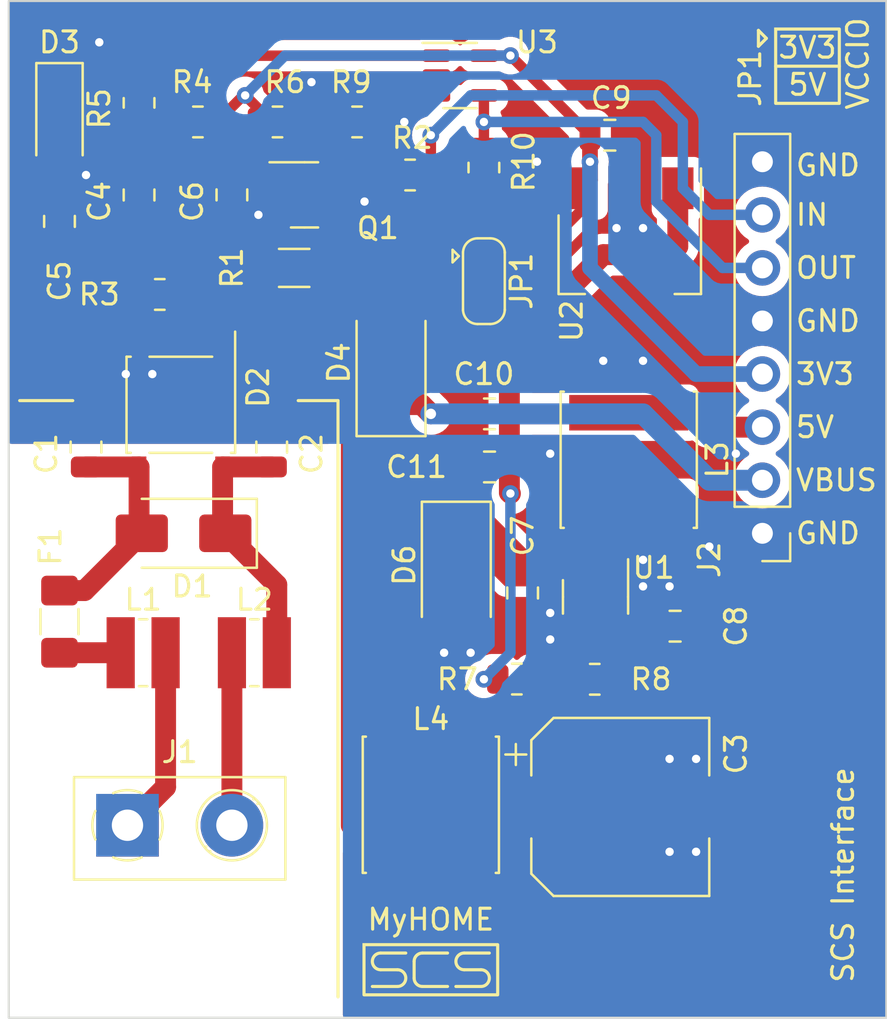
<source format=kicad_pcb>
(kicad_pcb (version 20221018) (generator pcbnew)
  (layers (0 "F.Cu" signal) (31 "B.Cu" signal) (34 "B.Paste" user) (35 "F.Paste" user) (36 "B.SilkS" user "B.Silkscreen") (37 "F.SilkS" user "F.Silkscreen") (38 "B.Mask" user) (39 "F.Mask" user) (44 "Edge.Cuts" user))
  (net 0 "")
  (net 1 "Net-(D1-A2)")
  (net 2 "GND")
  (net 3 "Net-(D1-A1)")
  (net 4 "VBUS")
  (net 5 "SCS_BUS_CC")
  (net 6 "Net-(C4-Pad2)")
  (net 7 "SCS_OUT")
  (net 8 "Net-(Q1-B)")
  (net 9 "+5V")
  (net 10 "+3V3")
  (net 11 "Net-(D6-K)")
  (net 12 "Net-(F1-Pad1)")
  (net 13 "Net-(J1-Pin_1)")
  (net 14 "Net-(J1-Pin_2)")
  (net 15 "SCS_IN")
  (net 16 "Net-(Q1-C)")
  (net 17 "Net-(D3-K)")
  (net 18 "Net-(U1-BST)")
  (net 19 "Net-(U1-SW)")
  (net 20 "Net-(U1-FB)")
  (net 21 "VCC_IO")
  (net 22 "Net-(U3-+)")
  (footprint "Resistor_SMD:R_0805_2012Metric" (layer "F.Cu") (at 158.75 66.3175 -90)
    (fp_text reference "R10" (at -0.2775 -1.905 90) (layer "F.SilkS"))
    (fp_text value "10k")
    (fp_line (start -0.227064 -0.735) (end 0.227064 -0.735) (stroke (width 0.12)) (layer "F.SilkS"))
    (fp_line (start -0.227064 0.735) (end 0.227064 0.735) (stroke (width 0.12)) (layer "F.SilkS"))
    (pad "1" smd roundrect (at -0.9125 0 270) (size 1.025 1.4) (layers "F.Cu" "F.Paste" "F.Mask") (roundrect_rratio 0.243902) (net 7 "SCS_OUT"))
    (pad "2" smd roundrect (at 0.9125 0 270) (size 1.025 1.4) (layers "F.Cu" "F.Paste" "F.Mask") (roundrect_rratio 0.243902) (net 21 "VCC_IO"))
  )
  (footprint "Resistor_SMD:R_0805_2012Metric" (layer "F.Cu") (at 152.6775 64.135 180)
    (fp_text reference "R9" (at 0.2775 1.905) (layer "F.SilkS"))
    (fp_text value "10k")
    (fp_line (start -0.227064 -0.735) (end 0.227064 -0.735) (stroke (width 0.12)) (layer "F.SilkS"))
    (fp_line (start -0.227064 0.735) (end 0.227064 0.735) (stroke (width 0.12)) (layer "F.SilkS"))
    (pad "1" smd roundrect (at -0.9125 0 180) (size 1.025 1.4) (layers "F.Cu" "F.Paste" "F.Mask") (roundrect_rratio 0.243902) (net 2 "GND"))
    (pad "2" smd roundrect (at 0.9125 0 180) (size 1.025 1.4) (layers "F.Cu" "F.Paste" "F.Mask") (roundrect_rratio 0.243902) (net 22 "Net-(U3-+)"))
  )
  (footprint "Diode_SMD:D_SMA" (layer "F.Cu") (at 154.305 75.66 90)
    (fp_text reference "D4" (at 0 -2.5 90) (layer "F.SilkS"))
    (fp_text value "M2")
    (fp_line (start -3.51 -1.65) (end -3.51 1.65) (stroke (width 0.12)) (layer "F.SilkS"))
    (fp_line (start -3.51 -1.65) (end 2 -1.65) (stroke (width 0.12)) (layer "F.SilkS"))
    (fp_line (start -3.51 1.65) (end 2 1.65) (stroke (width 0.12)) (layer "F.SilkS"))
    (pad "1" smd roundrect (at -2 0 90) (size 2.5 1.8) (layers "F.Cu" "F.Paste" "F.Mask") (roundrect_rratio 0.1388888889) (net 4 "VBUS"))
    (pad "2" smd roundrect (at 2 0 90) (size 2.5 1.8) (layers "F.Cu" "F.Paste" "F.Mask") (roundrect_rratio 0.1388888889) (net 5 "SCS_BUS_CC"))
  )
  (footprint "Capacitor_SMD:C_0805_2012Metric" (layer "F.Cu") (at 159.02 80.645)
    (fp_text reference "C11" (at -3.495 0) (layer "F.SilkS"))
    (fp_text value "22µ")
    (fp_line (start -0.261252 -0.735) (end 0.261252 -0.735) (stroke (width 0.12)) (layer "F.SilkS"))
    (fp_line (start -0.261252 0.735) (end 0.261252 0.735) (stroke (width 0.12)) (layer "F.SilkS"))
    (pad "1" smd roundrect (at -0.95 0) (size 1 1.45) (layers "F.Cu" "F.Paste" "F.Mask") (net 2 "GND"))
    (pad "2" smd roundrect (at 0.95 0) (size 1 1.45) (layers "F.Cu" "F.Paste" "F.Mask") (net 9 "+5V"))
  )
  (footprint "Package_TO_SOT_SMD:SOT-23" (layer "F.Cu") (at 150.1625 67.625)
    (fp_text reference "Q1" (at 3.5075 1.59) (layer "F.SilkS"))
    (fp_text value "MMBTA06")
    (fp_line (start 0 -1.56) (end -1.675 -1.56) (stroke (width 0.12)) (layer "F.SilkS"))
    (fp_line (start 0 -1.56) (end 0.65 -1.56) (stroke (width 0.12)) (layer "F.SilkS"))
    (fp_line (start 0 1.56) (end -0.65 1.56) (stroke (width 0.12)) (layer "F.SilkS"))
    (fp_line (start 0 1.56) (end 0.65 1.56) (stroke (width 0.12)) (layer "F.SilkS"))
    (pad "1" smd roundrect (at -0.9375 -0.95) (size 1.475 0.6) (layers "F.Cu" "F.Paste" "F.Mask") (net 8 "Net-(Q1-B)"))
    (pad "2" smd roundrect (at -0.9375 0.95) (size 1.475 0.6) (layers "F.Cu" "F.Paste" "F.Mask") (net 2 "GND"))
    (pad "3" smd roundrect (at 0.9375 0) (size 1.475 0.6) (layers "F.Cu" "F.Paste" "F.Mask") (net 16 "Net-(Q1-C)"))
  )
  (footprint "Inductor_SMD:L_Sunlord_SWPA6028S" (layer "F.Cu") (at 165.685 80.3 90)
    (fp_text reference "L3" (at 0 4.241 90) (layer "F.SilkS"))
    (fp_text value "10µ")
    (fp_line (start -3.26 -3.26) (end -3.26 -3.11) (stroke (width 0.12)) (layer "F.SilkS"))
    (fp_line (start -3.26 -3.26) (end 3.26 -3.26) (stroke (width 0.12)) (layer "F.SilkS"))
    (fp_line (start -3.26 3.26) (end -3.26 3.11) (stroke (width 0.12)) (layer "F.SilkS"))
    (fp_line (start -3.26 3.26) (end 3.26 3.26) (stroke (width 0.12)) (layer "F.SilkS"))
    (fp_line (start 3.26 -3.26) (end 3.26 -3.11) (stroke (width 0.12)) (layer "F.SilkS"))
    (fp_line (start 3.26 3.26) (end 3.26 3.11) (stroke (width 0.12)) (layer "F.SilkS"))
    (pad "1" smd rect (at -2.25 0 90) (size 1.7 5.7) (layers "F.Cu" "F.Paste" "F.Mask") (net 19 "Net-(U1-SW)"))
    (pad "2" smd rect (at 2.25 0 90) (size 1.7 5.7) (layers "F.Cu" "F.Paste" "F.Mask") (net 9 "+5V"))
  )
  (footprint "Fuse:Fuse_1206_3216Metric_Pad1.42x1.75mm_HandSolder" (layer "F.Cu") (at 138.43 88.0475 90)
    (fp_text reference "F1" (at 3.5925 -0.435 90) (layer "F.SilkS"))
    (fp_text value "1A")
    (fp_line (start -0.602064 -0.91) (end 0.602064 -0.91) (stroke (width 0.12)) (layer "F.SilkS"))
    (fp_line (start -0.602064 0.91) (end 0.602064 0.91) (stroke (width 0.12)) (layer "F.SilkS"))
    (pad "1" smd roundrect (at -1.4875 0 90) (size 1.425 1.75) (layers "F.Cu" "F.Paste" "F.Mask") (roundrect_rratio 0.1754392982) (net 12 "Net-(F1-Pad1)"))
    (pad "2" smd roundrect (at 1.4875 0 90) (size 1.425 1.75) (layers "F.Cu" "F.Paste" "F.Mask") (roundrect_rratio 0.1754392982) (net 1 "Net-(D1-A2)"))
  )
  (footprint "Capacitor_SMD:C_0805_2012Metric" (layer "F.Cu") (at 148.59 79.695 -90)
    (fp_text reference "C2" (at 0.315 -1.905 90) (layer "F.SilkS"))
    (fp_text value "30p")
    (fp_line (start -0.261252 -0.735) (end 0.261252 -0.735) (stroke (width 0.12)) (layer "F.SilkS"))
    (fp_line (start -0.261252 0.735) (end 0.261252 0.735) (stroke (width 0.12)) (layer "F.SilkS"))
    (pad "1" smd roundrect (at -0.95 0 270) (size 1 1.45) (layers "F.Cu" "F.Paste" "F.Mask") (net 2 "GND"))
    (pad "2" smd roundrect (at 0.95 0 270) (size 1 1.45) (layers "F.Cu" "F.Paste" "F.Mask") (net 3 "Net-(D1-A1)"))
  )
  (footprint "Diode_SMD:D_MiniMELF" (layer "F.Cu") (at 138.43 63.98 -90)
    (fp_text reference "D3" (at -3.655 0 -180) (layer "F.SilkS"))
    (fp_text value "FDLL4148")
    (fp_line (start -2.66 -1.11) (end -2.66 1.11) (stroke (width 0.12)) (layer "F.SilkS"))
    (fp_line (start -2.66 1.11) (end 1.75 1.11) (stroke (width 0.12)) (layer "F.SilkS"))
    (fp_line (start 1.75 -1.11) (end -2.66 -1.11) (stroke (width 0.12)) (layer "F.SilkS"))
    (pad "1" smd roundrect (at -1.75 0 270) (size 1.3 1.7) (layers "F.Cu" "F.Paste" "F.Mask") (roundrect_rratio 0.1923076923) (net 17 "Net-(D3-K)"))
    (pad "2" smd roundrect (at 1.75 0 270) (size 1.3 1.7) (layers "F.Cu" "F.Paste" "F.Mask") (roundrect_rratio 0.1923076923) (net 2 "GND"))
  )
  (footprint "Capacitor_SMD:C_0805_2012Metric" (layer "F.Cu") (at 138.43 68.895 -90)
    (fp_text reference "C5" (at 2.855 0 90) (layer "F.SilkS"))
    (fp_text value "13p (OPT)")
    (fp_line (start -0.261252 -0.735) (end 0.261252 -0.735) (stroke (width 0.12)) (layer "F.SilkS"))
    (fp_line (start -0.261252 0.735) (end 0.261252 0.735) (stroke (width 0.12)) (layer "F.SilkS"))
    (pad "1" smd roundrect (at -0.95 0 270) (size 1 1.45) (layers "F.Cu" "F.Paste" "F.Mask") (net 2 "GND"))
    (pad "2" smd roundrect (at 0.95 0 270) (size 1 1.45) (layers "F.Cu" "F.Paste" "F.Mask") (net 17 "Net-(D3-K)"))
  )
  (footprint "Inductor_SMD:L_Sunlord_SWPA6028S" (layer "F.Cu") (at 156.21 96.81 90)
    (fp_text reference "L4" (at 4.1 0) (layer "F.SilkS"))
    (fp_text value "10µ")
    (fp_line (start -3.26 -3.26) (end -3.26 -3.11) (stroke (width 0.12)) (layer "F.SilkS"))
    (fp_line (start -3.26 -3.26) (end 3.26 -3.26) (stroke (width 0.12)) (layer "F.SilkS"))
    (fp_line (start -3.26 3.26) (end -3.26 3.11) (stroke (width 0.12)) (layer "F.SilkS"))
    (fp_line (start -3.26 3.26) (end 3.26 3.26) (stroke (width 0.12)) (layer "F.SilkS"))
    (fp_line (start 3.26 -3.26) (end 3.26 -3.11) (stroke (width 0.12)) (layer "F.SilkS"))
    (fp_line (start 3.26 3.26) (end 3.26 3.11) (stroke (width 0.12)) (layer "F.SilkS"))
    (pad "1" smd rect (at -2.25 0 90) (size 1.7 5.7) (layers "F.Cu" "F.Paste" "F.Mask") (net 4 "VBUS"))
    (pad "2" smd rect (at 2.25 0 90) (size 1.7 5.7) (layers "F.Cu" "F.Paste" "F.Mask") (net 11 "Net-(D6-K)"))
  )
  (footprint "Package_TO_SOT_SMD:SOT-223-3_TabPin2" (layer "F.Cu") (at 165.735 70.46 -90)
    (fp_text reference "U2" (at 3.2 2.78 90) (layer "F.SilkS"))
    (fp_text value "AZ1117CH2 - 3.3")
    (fp_line (start -4.1 -3.41) (end 1.91 -3.41) (stroke (width 0.12)) (layer "F.SilkS"))
    (fp_line (start -1.85 3.41) (end 1.91 3.41) (stroke (width 0.12)) (layer "F.SilkS"))
    (fp_line (start 1.91 -3.41) (end 1.91 -2.15) (stroke (width 0.12)) (layer "F.SilkS"))
    (fp_line (start 1.91 3.41) (end 1.91 2.15) (stroke (width 0.12)) (layer "F.SilkS"))
    (pad "1" smd rect (at -3.15 -2.3 270) (size 2 1.5) (layers "F.Cu" "F.Paste" "F.Mask") (net 9 "+5V"))
    (pad "2" smd rect (at -3.15 0 270) (size 2 1.5) (layers "F.Cu" "F.Paste" "F.Mask") (net 2 "GND"))
    (pad "2" smd rect (at 3.15 0 270) (size 2 3.8) (layers "F.Cu" "F.Paste" "F.Mask") (net 2 "GND"))
    (pad "3" smd rect (at -3.15 2.3 270) (size 2 1.5) (layers "F.Cu" "F.Paste" "F.Mask") (net 10 "+3V3"))
  )
  (footprint "Capacitor_SMD:C_0805_2012Metric" (layer "F.Cu") (at 159.02 78.105)
    (fp_text reference "C10" (at -0.27 -1.905) (layer "F.SilkS"))
    (fp_text value "22µ")
    (fp_line (start -0.261252 -0.735) (end 0.261252 -0.735) (stroke (width 0.12)) (layer "F.SilkS"))
    (fp_line (start -0.261252 0.735) (end 0.261252 0.735) (stroke (width 0.12)) (layer "F.SilkS"))
    (pad "1" smd roundrect (at -0.95 0) (size 1 1.45) (layers "F.Cu" "F.Paste" "F.Mask") (net 2 "GND"))
    (pad "2" smd roundrect (at 0.95 0) (size 1 1.45) (layers "F.Cu" "F.Paste" "F.Mask") (net 9 "+5V"))
  )
  (footprint "Diode_SMD:Diode_Bridge_Diotec_ABS" (layer "F.Cu") (at 144.24 77.67 -90)
    (fp_text reference "D2" (at -0.835 -3.7 -90) (layer "F.SilkS"))
    (fp_text value "ABS2")
    (fp_line (start -2.3 1.5) (end -2.3 -1.5) (stroke (width 0.12)) (layer "F.SilkS"))
    (fp_line (start -2.3 2.6) (end -2.3 2.4) (stroke (width 0.12)) (layer "F.SilkS"))
    (fp_line (start 2.3 -2.6) (end -3.5 -2.6) (stroke (width 0.12)) (layer "F.SilkS"))
    (fp_line (start 2.3 -2.4) (end 2.3 -2.6) (stroke (width 0.12)) (layer "F.SilkS"))
    (fp_line (start 2.3 -1.5) (end 2.3 1.5) (stroke (width 0.12)) (layer "F.SilkS"))
    (fp_line (start 2.3 2.4) (end 2.3 2.6) (stroke (width 0.12)) (layer "F.SilkS"))
    (fp_line (start 2.3 2.6) (end -2.3 2.6) (stroke (width 0.12)) (layer "F.SilkS"))
    (pad "1" smd rect (at -2.975 -2 270) (size 1 0.7) (layers "F.Cu" "F.Paste" "F.Mask") (net 5 "SCS_BUS_CC"))
    (pad "2" smd rect (at -2.975 2 270) (size 1 0.7) (layers "F.Cu" "F.Paste" "F.Mask") (net 2 "GND"))
    (pad "3" smd rect (at 2.975 2 270) (size 1 0.7) (layers "F.Cu" "F.Paste" "F.Mask") (net 1 "Net-(D1-A2)"))
    (pad "4" smd rect (at 2.975 -2 270) (size 1 0.7) (layers "F.Cu" "F.Paste" "F.Mask") (net 3 "Net-(D1-A1)"))
  )
  (footprint "Resistor_SMD:R_1206_3216Metric" (layer "F.Cu") (at 149.6675 71.12)
    (fp_text reference "R1" (at -2.9825 0 90) (layer "F.SilkS"))
    (fp_text value "100 1/4W")
    (fp_line (start -0.727064 -0.91) (end 0.727064 -0.91) (stroke (width 0.12)) (layer "F.SilkS"))
    (fp_line (start -0.727064 0.91) (end 0.727064 0.91) (stroke (width 0.12)) (layer "F.SilkS"))
    (pad "1" smd roundrect (at -1.4625 0) (size 1.125 1.75) (layers "F.Cu" "F.Paste" "F.Mask") (roundrect_rratio 0.2222222222) (net 5 "SCS_BUS_CC"))
    (pad "2" smd roundrect (at 1.4625 0) (size 1.125 1.75) (layers "F.Cu" "F.Paste" "F.Mask") (roundrect_rratio 0.2222222222) (net 16 "Net-(Q1-C)"))
  )
  (footprint "Capacitor_SMD:C_0805_2012Metric" (layer "F.Cu") (at 167.905 88.265 180)
    (fp_text reference "C8" (at -2.91 0 90) (layer "F.SilkS"))
    (fp_text value "100n")
    (fp_line (start -0.261252 -0.735) (end 0.261252 -0.735) (stroke (width 0.12)) (layer "F.SilkS"))
    (fp_line (start -0.261252 0.735) (end 0.261252 0.735) (stroke (width 0.12)) (layer "F.SilkS"))
    (pad "1" smd roundrect (at -0.95 0 180) (size 1 1.45) (layers "F.Cu" "F.Paste" "F.Mask") (net 19 "Net-(U1-SW)"))
    (pad "2" smd roundrect (at 0.95 0 180) (size 1 1.45) (layers "F.Cu" "F.Paste" "F.Mask") (net 18 "Net-(U1-BST)"))
  )
  (footprint "Capacitor_SMD:C_0805_2012Metric" (layer "F.Cu") (at 164.78 64.77 180)
    (fp_text reference "C9" (at -0.066 1.778) (layer "F.SilkS"))
    (fp_text value "22µ")
    (fp_line (start -0.261252 -0.735) (end 0.261252 -0.735) (stroke (width 0.12)) (layer "F.SilkS"))
    (fp_line (start -0.261252 0.735) (end 0.261252 0.735) (stroke (width 0.12)) (layer "F.SilkS"))
    (pad "1" smd roundrect (at -0.95 0 180) (size 1 1.45) (layers "F.Cu" "F.Paste" "F.Mask") (net 2 "GND"))
    (pad "2" smd roundrect (at 0.95 0 180) (size 1 1.45) (layers "F.Cu" "F.Paste" "F.Mask") (net 10 "+3V3"))
  )
  (footprint "Inductor_SMD:L_Wuerth_MAPI-3020" (layer "F.Cu") (at 147.76 89.535)
    (fp_text reference "L2" (at 0 -2.54) (layer "F.SilkS"))
    (fp_text value "4.3µ")
    (fp_line (start -0.2 -1.6) (end 0.2 -1.6) (stroke (width 0.12)) (layer "F.SilkS"))
    (fp_line (start -0.2 1.6) (end 0.2 1.6) (stroke (width 0.12)) (layer "F.SilkS"))
    (pad "1" smd rect (at -1.075 0) (size 1.35 3.4) (layers "F.Cu" "F.Paste" "F.Mask") (net 14 "Net-(J1-Pin_2)"))
    (pad "2" smd rect (at 1.075 0) (size 1.35 3.4) (layers "F.Cu" "F.Paste" "F.Mask") (net 3 "Net-(D1-A1)"))
  )
  (footprint "Connector_PinHeader_2.54mm:PinHeader_1x08_P2.54mm_Vertical" (layer "F.Cu") (at 172.085 83.82 180)
    (fp_text reference "J2" (at 2.54 -1.27 90) (layer "F.SilkS"))
    (fp_text value "Headder")
    (fp_line (start -1.33 -1.33) (end 0 -1.33) (stroke (width 0.12)) (layer "F.SilkS"))
    (fp_line (start -1.33 0) (end -1.33 -1.33) (stroke (width 0.12)) (layer "F.SilkS"))
    (fp_line (start -1.33 1.27) (end -1.33 19.11) (stroke (width 0.12)) (layer "F.SilkS"))
    (fp_line (start -1.33 1.27) (end 1.33 1.27) (stroke (width 0.12)) (layer "F.SilkS"))
    (fp_line (start -1.33 19.11) (end 1.33 19.11) (stroke (width 0.12)) (layer "F.SilkS"))
    (fp_line (start 1.33 1.27) (end 1.33 19.11) (stroke (width 0.12)) (layer "F.SilkS"))
    (pad "1" thru_hole rect (at 0 0 180) (size 1.7 1.7) (drill 1) (layers "*.Cu" "*.Mask") (net 2 "GND"))
    (pad "2" thru_hole oval (at 0 2.54 180) (size 1.7 1.7) (drill 1) (layers "*.Cu" "*.Mask") (net 4 "VBUS"))
    (pad "3" thru_hole oval (at 0 5.08 180) (size 1.7 1.7) (drill 1) (layers "*.Cu" "*.Mask") (net 9 "+5V"))
    (pad "4" thru_hole oval (at 0 7.62 180) (size 1.7 1.7) (drill 1) (layers "*.Cu" "*.Mask") (net 10 "+3V3"))
    (pad "5" thru_hole oval (at 0 10.16 180) (size 1.7 1.7) (drill 1) (layers "*.Cu" "*.Mask") (net 2 "GND"))
    (pad "6" thru_hole oval (at 0 12.7 180) (size 1.7 1.7) (drill 1) (layers "*.Cu" "*.Mask") (net 7 "SCS_OUT"))
    (pad "7" thru_hole oval (at 0 15.24 180) (size 1.7 1.7) (drill 1) (layers "*.Cu" "*.Mask") (net 15 "SCS_IN"))
    (pad "8" thru_hole oval (at 0 17.78 180) (size 1.7 1.7) (drill 1) (layers "*.Cu" "*.Mask") (net 2 "GND"))
  )
  (footprint "Resistor_SMD:R_0805_2012Metric" (layer "F.Cu") (at 148.8675 64.135 180)
    (fp_text reference "R6" (at -0.3575 1.905) (layer "F.SilkS"))
    (fp_text value "20k")
    (fp_line (start -0.227064 -0.735) (end 0.227064 -0.735) (stroke (width 0.12)) (layer "F.SilkS"))
    (fp_line (start -0.227064 0.735) (end 0.227064 0.735) (stroke (width 0.12)) (layer "F.SilkS"))
    (pad "1" smd roundrect (at -0.9125 0 180) (size 1.025 1.4) (layers "F.Cu" "F.Paste" "F.Mask") (roundrect_rratio 0.243902439) (net 22 "Net-(U3-+)"))
    (pad "2" smd roundrect (at 0.9125 0 180) (size 1.025 1.4) (layers "F.Cu" "F.Paste" "F.Mask") (roundrect_rratio 0.243902439) (net 10 "+3V3"))
  )
  (footprint "Capacitor_SMD:CP_Elec_8x10" (layer "F.Cu") (at 165.28 96.915)
    (fp_text reference "C3" (at 5.535 -2.54 90) (layer "F.SilkS"))
    (fp_text value "220µ 35V")
    (fp_line (start -5.5 -2.51) (end -4.5 -2.51) (stroke (width 0.12)) (layer "F.SilkS"))
    (fp_line (start -5 -3.01) (end -5 -2.01) (stroke (width 0.12)) (layer "F.SilkS"))
    (fp_line (start -4.26 -3.195563) (end -4.26 -1.51) (stroke (width 0.12)) (layer "F.SilkS"))
    (fp_line (start -4.26 -3.195563) (end -3.195563 -4.26) (stroke (width 0.12)) (layer "F.SilkS"))
    (fp_line (start -4.26 3.195563) (end -4.26 1.51) (stroke (width 0.12)) (layer "F.SilkS"))
    (fp_line (start -4.26 3.195563) (end -3.195563 4.26) (stroke (width 0.12)) (layer "F.SilkS"))
    (fp_line (start -3.195563 -4.26) (end 4.26 -4.26) (stroke (width 0.12)) (layer "F.SilkS"))
    (fp_line (start -3.195563 4.26) (end 4.26 4.26) (stroke (width 0.12)) (layer "F.SilkS"))
    (fp_line (start 4.26 -4.26) (end 4.26 -1.51) (stroke (width 0.12)) (layer "F.SilkS"))
    (fp_line (start 4.26 4.26) (end 4.26 1.51) (stroke (width 0.12)) (layer "F.SilkS"))
    (pad "1" smd roundrect (at -3.25 0) (size 3.5 2.5) (layers "F.Cu" "F.Paste" "F.Mask") (roundrect_rratio 0.1) (net 4 "VBUS"))
    (pad "2" smd roundrect (at 3.25 0) (size 3.5 2.5) (layers "F.Cu" "F.Paste" "F.Mask") (roundrect_rratio 0.1) (net 2 "GND"))
  )
  (footprint "Inductor_SMD:L_Wuerth_MAPI-3020" (layer "F.Cu") (at 142.435 89.535 180)
    (fp_text reference "L1" (at 0 2.54) (layer "F.SilkS"))
    (fp_text value "4.3µ")
    (fp_line (start -0.2 -1.6) (end 0.2 -1.6) (stroke (width 0.12)) (layer "F.SilkS"))
    (fp_line (start -0.2 1.6) (end 0.2 1.6) (stroke (width 0.12)) (layer "F.SilkS"))
    (pad "1" smd rect (at -1.075 0 180) (size 1.35 3.4) (layers "F.Cu" "F.Paste" "F.Mask") (net 13 "Net-(J1-Pin_1)"))
    (pad "2" smd rect (at 1.075 0 180) (size 1.35 3.4) (layers "F.Cu" "F.Paste" "F.Mask") (net 12 "Net-(F1-Pad1)"))
  )
  (footprint "Capacitor_SMD:C_0805_2012Metric" (layer "F.Cu") (at 160.605 86.675 90)
    (fp_text reference "C7" (at 2.728 0 90) (layer "F.SilkS"))
    (fp_text value "2.2µ")
    (fp_line (start -0.261252 -0.735) (end 0.261252 -0.735) (stroke (width 0.12)) (layer "F.SilkS"))
    (fp_line (start -0.261252 0.735) (end 0.261252 0.735) (stroke (width 0.12)) (layer "F.SilkS"))
    (pad "1" smd roundrect (at -0.95 0 90) (size 1 1.45) (layers "F.Cu" "F.Paste" "F.Mask") (net 2 "GND"))
    (pad "2" smd roundrect (at 0.95 0 90) (size 1 1.45) (layers "F.Cu" "F.Paste" "F.Mask") (net 11 "Net-(D6-K)"))
  )
  (footprint "Diode_SMD:D_SMA" (layer "F.Cu") (at 157.43 85.82 -90)
    (fp_text reference "D6" (at -0.476 2.49 90) (layer "F.SilkS"))
    (fp_text value "SS34ALH")
    (fp_line (start -3.51 -1.65) (end -3.51 1.65) (stroke (width 0.12)) (layer "F.SilkS"))
    (fp_line (start -3.51 -1.65) (end 2 -1.65) (stroke (width 0.12)) (layer "F.SilkS"))
    (fp_line (start -3.51 1.65) (end 2 1.65) (stroke (width 0.12)) (layer "F.SilkS"))
    (pad "1" smd roundrect (at -2 0 270) (size 2.5 1.8) (layers "F.Cu" "F.Paste" "F.Mask") (roundrect_rratio 0.1388888889) (net 11 "Net-(D6-K)"))
    (pad "2" smd roundrect (at 2 0 270) (size 2.5 1.8) (layers "F.Cu" "F.Paste" "F.Mask") (roundrect_rratio 0.1388888889) (net 2 "GND"))
  )
  (footprint "Resistor_SMD:R_0805_2012Metric" (layer "F.Cu") (at 143.2325 72.39 180)
    (fp_text reference "R3" (at 2.8975 0) (layer "F.SilkS"))
    (fp_text value "56k")
    (fp_line (start -0.227064 -0.735) (end 0.227064 -0.735) (stroke (width 0.12)) (layer "F.SilkS"))
    (fp_line (start -0.227064 0.735) (end 0.227064 0.735) (stroke (width 0.12)) (layer "F.SilkS"))
    (pad "1" smd roundrect (at -0.9125 0 180) (size 1.025 1.4) (layers "F.Cu" "F.Paste" "F.Mask") (roundrect_rratio 0.243902439) (net 5 "SCS_BUS_CC"))
    (pad "2" smd roundrect (at 0.9125 0 180) (size 1.025 1.4) (layers "F.Cu" "F.Paste" "F.Mask") (roundrect_rratio 0.243902439) (net 2 "GND"))
  )
  (footprint "Resistor_SMD:R_0805_2012Metric" (layer "F.Cu") (at 142.24 63.2225 90)
    (fp_text reference "R5" (at -0.2775 -1.905 90) (layer "F.SilkS"))
    (fp_text value "10k")
    (fp_line (start -0.227064 -0.735) (end 0.227064 -0.735) (stroke (width 0.12)) (layer "F.SilkS"))
    (fp_line (start -0.227064 0.735) (end 0.227064 0.735) (stroke (width 0.12)) (layer "F.SilkS"))
    (pad "1" smd roundrect (at -0.9125 0 90) (size 1.025 1.4) (layers "F.Cu" "F.Paste" "F.Mask") (roundrect_rratio 0.243902439) (net 6 "Net-(C4-Pad2)"))
    (pad "2" smd roundrect (at 0.9125 0 90) (size 1.025 1.4) (layers "F.Cu" "F.Paste" "F.Mask") (roundrect_rratio 0.243902439) (net 17 "Net-(D3-K)"))
  )
  (footprint "Resistor_SMD:R_0805_2012Metric" (layer "F.Cu") (at 164.0575 90.805 180)
    (fp_text reference "R8" (at -2.6935 0) (layer "F.SilkS"))
    (fp_text value "13.7k")
    (fp_line (start -0.227064 -0.735) (end 0.227064 -0.735) (stroke (width 0.12)) (layer "F.SilkS"))
    (fp_line (start -0.227064 0.735) (end 0.227064 0.735) (stroke (width 0.12)) (layer "F.SilkS"))
    (pad "1" smd roundrect (at -0.9125 0 180) (size 1.025 1.4) (layers "F.Cu" "F.Paste" "F.Mask") (roundrect_rratio 0.243902439) (net 2 "GND"))
    (pad "2" smd roundrect (at 0.9125 0 180) (size 1.025 1.4) (layers "F.Cu" "F.Paste" "F.Mask") (roundrect_rratio 0.243902439) (net 20 "Net-(U1-FB)"))
  )
  (footprint "Resistor_SMD:R_0805_2012Metric" (layer "F.Cu") (at 145.0575 64.135)
    (fp_text reference "R4" (at -0.2775 -1.905) (layer "F.SilkS"))
    (fp_text value "10k")
    (fp_line (start -0.227064 -0.735) (end 0.227064 -0.735) (stroke (width 0.12)) (layer "F.SilkS"))
    (fp_line (start -0.227064 0.735) (end 0.227064 0.735) (stroke (width 0.12)) (layer "F.SilkS"))
    (pad "1" smd roundrect (at -0.9125 0) (size 1.025 1.4) (layers "F.Cu" "F.Paste" "F.Mask") (roundrect_rratio 0.243902439) (net 6 "Net-(C4-Pad2)"))
    (pad "2" smd roundrect (at 0.9125 0) (size 1.025 1.4) (layers "F.Cu" "F.Paste" "F.Mask") (roundrect_rratio 0.243902439) (net 10 "+3V3"))
  )
  (footprint "Capacitor_SMD:C_0805_2012Metric" (layer "F.Cu") (at 139.7 79.695 90)
    (fp_text reference "C1" (at -0.315 -1.905 90) (layer "F.SilkS"))
    (fp_text value "30p")
    (fp_line (start -0.261252 -0.735) (end 0.261252 -0.735) (stroke (width 0.12)) (layer "F.SilkS"))
    (fp_line (start -0.261252 0.735) (end 0.261252 0.735) (stroke (width 0.12)) (layer "F.SilkS"))
    (pad "1" smd roundrect (at -0.95 0 90) (size 1 1.45) (layers "F.Cu" "F.Paste" "F.Mask") (net 1 "Net-(D1-A2)"))
    (pad "2" smd roundrect (at 0.95 0 90) (size 1 1.45) (layers "F.Cu" "F.Paste" "F.Mask") (net 2 "GND"))
  )
  (footprint "Jumper:SolderJumper-3_P1.3mm_Open_RoundedPad1.0x1.5mm" (layer "F.Cu") (at 158.75 71.755 -90)
    (fp_text reference "JP1" (at 0 -1.8 90) (layer "F.SilkS"))
    (fp_text value "VCC_IO")
    (fp_line (start -2.05 0.3) (end -2.05 -0.3) (stroke (width 0.12)) (layer "F.SilkS"))
    (fp_line (start -1.5 1.5) (end -0.9 1.5) (stroke (width 0.12)) (layer "F.SilkS"))
    (fp_line (start -1.4 -1) (end 1.4 -1) (stroke (width 0.12)) (layer "F.SilkS"))
    (fp_line (start -1.2 1.2) (end -1.5 1.5) (stroke (width 0.12)) (layer "F.SilkS"))
    (fp_line (start -1.2 1.2) (end -0.9 1.5) (stroke (width 0.12)) (layer "F.SilkS"))
    (fp_line (start 1.4 1) (end -1.4 1) (stroke (width 0.12)) (layer "F.SilkS"))
    (fp_line (start 2.05 -0.3) (end 2.05 0.3) (stroke (width 0.12)) (layer "F.SilkS"))
    (fp_arc (start -2.05 -0.3) (mid -1.844975 -0.794975) (end -1.35 -1) (stroke (width 0.12)) (layer "F.SilkS"))
    (fp_arc (start -1.35 1) (mid -1.844975 0.794975) (end -2.05 0.3) (stroke (width 0.12)) (layer "F.SilkS"))
    (fp_arc (start 1.35 -1) (mid 1.844975 -0.794975) (end 2.05 -0.3) (stroke (width 0.12)) (layer "F.SilkS"))
    (fp_arc (start 2.05 0.3) (mid 1.844975 0.794975) (end 1.35 1) (stroke (width 0.12)) (layer "F.SilkS"))
    (pad "1" smd custom (at -1.3 0 270) (size 1 0.5) (layers "F.Cu" "F.Mask") (net 10 "+3V3") (options (clearance outline) (anchor rect)) (primitives (gr_circle (center 0 0.25) (end 0.5 0.25) (width 0) (fill yes)) (gr_circle (center 0 -0.25) (end 0.5 -0.25) (width 0) (fill yes)) (gr_poly (pts (xy 0.55 0.75) (xy 0 0.75) (xy 0 -0.75) (xy 0.55 -0.75)) (width 0) (fill yes))))
    (pad "2" smd rect (at 0 0 270) (size 1 1.5) (layers "F.Cu" "F.Mask") (net 21 "VCC_IO"))
    (pad "3" smd custom (at 1.3 0 270) (size 1 0.5) (layers "F.Cu" "F.Mask") (net 9 "+5V") (options (clearance outline) (anchor rect)) (primitives (gr_circle (center 0 0.25) (end 0.5 0.25) (width 0) (fill yes)) (gr_circle (center 0 -0.25) (end 0.5 -0.25) (width 0) (fill yes)) (gr_poly (pts (xy 0 0.75) (xy -0.55 0.75) (xy -0.55 -0.75) (xy 0 -0.75)) (width 0) (fill yes))))
  )
  (footprint "Capacitor_SMD:C_0805_2012Metric" (layer "F.Cu") (at 146.685 67.625 90)
    (fp_text reference "C6" (at -0.32 -1.905 90) (layer "F.SilkS"))
    (fp_text value "1n")
    (fp_line (start -0.261252 -0.735) (end 0.261252 -0.735) (stroke (width 0.12)) (layer "F.SilkS"))
    (fp_line (start -0.261252 0.735) (end 0.261252 0.735) (stroke (width 0.12)) (layer "F.SilkS"))
    (pad "1" smd roundrect (at -0.95 0 90) (size 1 1.45) (layers "F.Cu" "F.Paste" "F.Mask") (net 2 "GND"))
    (pad "2" smd roundrect (at 0.95 0 90) (size 1 1.45) (layers "F.Cu" "F.Paste" "F.Mask") (net 8 "Net-(Q1-B)"))
  )
  (footprint "Capacitor_SMD:C_0805_2012Metric" (layer "F.Cu") (at 142.24 67.63 90)
    (fp_text reference "C4" (at -0.315 -1.905 90) (layer "F.SilkS"))
    (fp_text value "100n")
    (fp_line (start -0.261252 -0.735) (end 0.261252 -0.735) (stroke (width 0.12)) (layer "F.SilkS"))
    (fp_line (start -0.261252 0.735) (end 0.261252 0.735) (stroke (width 0.12)) (layer "F.SilkS"))
    (pad "1" smd roundrect (at -0.95 0 90) (size 1 1.45) (layers "F.Cu" "F.Paste" "F.Mask") (net 5 "SCS_BUS_CC"))
    (pad "2" smd roundrect (at 0.95 0 90) (size 1 1.45) (layers "F.Cu" "F.Paste" "F.Mask") (net 6 "Net-(C4-Pad2)"))
  )
  (footprint "Resistor_SMD:R_0805_2012Metric" (layer "F.Cu") (at 160.3275 90.795 180)
    (fp_text reference "R7" (at 2.8475 -0.01) (layer "F.SilkS"))
    (fp_text value "100k")
    (fp_line (start -0.227064 -0.735) (end 0.227064 -0.735) (stroke (width 0.12)) (layer "F.SilkS"))
    (fp_line (start -0.227064 0.735) (end 0.227064 0.735) (stroke (width 0.12)) (layer "F.SilkS"))
    (pad "1" smd roundrect (at -0.9125 0 180) (size 1.025 1.4) (layers "F.Cu" "F.Paste" "F.Mask") (roundrect_rratio 0.243902439) (net 20 "Net-(U1-FB)"))
    (pad "2" smd roundrect (at 0.9125 0 180) (size 1.025 1.4) (layers "F.Cu" "F.Paste" "F.Mask") (roundrect_rratio 0.243902439) (net 9 "+5V"))
  )
  (footprint "Package_TO_SOT_SMD:SOT-23-5" (layer "F.Cu") (at 157.6125 61.915)
    (fp_text reference "U3" (at 3.6775 -1.59) (layer "F.SilkS"))
    (fp_text value "LM397")
    (fp_line (start 0 -1.56) (end -1.8 -1.56) (stroke (width 0.12)) (layer "F.SilkS"))
    (fp_line (start 0 -1.56) (end 0.8 -1.56) (stroke (width 0.12)) (layer "F.SilkS"))
    (fp_line (start 0 1.56) (end -0.8 1.56) (stroke (width 0.12)) (layer "F.SilkS"))
    (fp_line (start 0 1.56) (end 0.8 1.56) (stroke (width 0.12)) (layer "F.SilkS"))
    (pad "1" smd roundrect (at -1.1375 -0.95) (size 1.325 0.6) (layers "F.Cu" "F.Paste" "F.Mask") (net 17 "Net-(D3-K)"))
    (pad "2" smd roundrect (at -1.1375 0) (size 1.325 0.6) (layers "F.Cu" "F.Paste" "F.Mask") (net 2 "GND"))
    (pad "3" smd roundrect (at -1.1375 0.95) (size 1.325 0.6) (layers "F.Cu" "F.Paste" "F.Mask") (net 22 "Net-(U3-+)"))
    (pad "4" smd roundrect (at 1.1375 0.95) (size 1.325 0.6) (layers "F.Cu" "F.Paste" "F.Mask") (net 7 "SCS_OUT"))
    (pad "5" smd roundrect (at 1.1375 -0.95) (size 1.325 0.6) (layers "F.Cu" "F.Paste" "F.Mask") (net 10 "+3V3"))
  )
  (footprint "Resistor_SMD:R_0805_2012Metric" (layer "F.Cu") (at 155.2175 66.675 180)
    (fp_text reference "R2" (at -0.1035 1.778) (layer "F.SilkS"))
    (fp_text value "1k")
    (fp_line (start -0.227064 -0.735) (end 0.227064 -0.735) (stroke (width 0.12)) (layer "F.SilkS"))
    (fp_line (start -0.227064 0.735) (end 0.227064 0.735) (stroke (width 0.12)) (layer "F.SilkS"))
    (pad "1" smd roundrect (at -0.9125 0 180) (size 1.025 1.4) (layers "F.Cu" "F.Paste" "F.Mask") (roundrect_rratio 0.243902439) (net 15 "SCS_IN"))
    (pad "2" smd roundrect (at 0.9125 0 180) (size 1.025 1.4) (layers "F.Cu" "F.Paste" "F.Mask") (roundrect_rratio 0.243902439) (net 8 "Net-(Q1-B)"))
  )
  (footprint "Package_TO_SOT_SMD:SOT-23-6" (layer "F.Cu") (at 164.095 86.8625 -90)
    (fp_text reference "U1" (at -1.3915 -2.783 -180) (layer "F.SilkS"))
    (fp_text value "LMR51420")
    (fp_line (start 0 -1.56) (end -1.8 -1.56) (stroke (width 0.12)) (layer "F.SilkS"))
    (fp_line (start 0 -1.56) (end 0.8 -1.56) (stroke (width 0.12)) (layer "F.SilkS"))
    (fp_line (start 0 1.56) (end -0.8 1.56) (stroke (width 0.12)) (layer "F.SilkS"))
    (fp_line (start 0 1.56) (end 0.8 1.56) (stroke (width 0.12)) (layer "F.SilkS"))
    (pad "1" smd roundrect (at -1.1375 -0.95 270) (size 1.325 0.6) (layers "F.Cu" "F.Paste" "F.Mask") (net 2 "GND"))
    (pad "2" smd roundrect (at -1.1375 0 270) (size 1.325 0.6) (layers "F.Cu" "F.Paste" "F.Mask") (net 19 "Net-(U1-SW)"))
    (pad "3" smd roundrect (at -1.1375 0.95 270) (size 1.325 0.6) (layers "F.Cu" "F.Paste" "F.Mask") (net 11 "Net-(D6-K)"))
    (pad "4" smd roundrect (at 1.1375 0.95 270) (size 1.325 0.6) (layers "F.Cu" "F.Paste" "F.Mask") (net 20 "Net-(U1-FB)"))
    (pad "5" smd roundrect (at 1.1375 0 270) (size 1.325 0.6) (layers "F.Cu" "F.Paste" "F.Mask") (net 11 "Net-(D6-K)"))
    (pad "6" smd roundrect (at 1.1375 -0.95 270) (size 1.325 0.6) (layers "F.Cu" "F.Paste" "F.Mask") (net 18 "Net-(U1-BST)"))
  )
  (footprint "TerminalBlock_Phoenix:TerminalBlock_Phoenix_MKDS-1,5-2_1x02_P5.00mm_Horizontal_PNP" (layer "F.Cu") (at 141.685 97.79)
    (fp_text reference "J1" (at 2.5 -3.5) (layer "F.SilkS"))
    (fp_text value "SCS")
    (fp_line (start -2.56 -2.301) (end -2.56 2.6) (stroke (width 0.12)) (layer "F.SilkS"))
    (fp_line (start -2.56 -2.301) (end 7.56 -2.301) (stroke (width 0.12)) (layer "F.SilkS"))
    (fp_line (start -2.56 2.6) (end 7.56 2.6) (stroke (width 0.12)) (layer "F.SilkS"))
    (fp_line (start 3.773 1.023) (end 3.726 1.069) (stroke (width 0.12)) (layer "F.SilkS"))
    (fp_line (start 3.966 1.239) (end 3.931 1.274) (stroke (width 0.12)) (layer "F.SilkS"))
    (fp_line (start 6.07 -1.275) (end 6.035 -1.239) (stroke (width 0.12)) (layer "F.SilkS"))
    (fp_line (start 6.275 -1.069) (end 6.228 -1.023) (stroke (width 0.12)) (layer "F.SilkS"))
    (fp_line (start 7.56 -2.301) (end 7.56 2.6) (stroke (width 0.12)) (layer "F.SilkS"))
    (fp_arc (start -1.535427 0.683042) (mid -1.680501 -0.000524) (end -1.535 -0.684) (stroke (width 0.12)) (layer "F.SilkS"))
    (fp_arc (start -0.683042 -1.535427) (mid 0.000524 -1.680501) (end 0.684 -1.535) (stroke (width 0.12)) (layer "F.SilkS"))
    (fp_arc (start 0.028805 1.680253) (mid -0.335551 1.646659) (end -0.684 1.535) (stroke (width 0.12)) (layer "F.SilkS"))
    (fp_arc (start 0.683318 1.534756) (mid 0.349292 1.643288) (end 0 1.68) (stroke (width 0.12)) (layer "F.SilkS"))
    (fp_arc (start 1.535427 -0.683042) (mid 1.680501 0.000524) (end 1.535 0.684) (stroke (width 0.12)) (layer "F.SilkS"))
    (fp_circle (center 5 0) (end 6.68 0) (stroke (width 0.12)) (fill none) (layer "F.SilkS"))
    (pad "1" thru_hole rect (at 0 0) (size 3 3) (drill 1.5) (layers "*.Cu" "*.Mask") (net 13 "Net-(J1-Pin_1)"))
    (pad "2" thru_hole circle (at 5 0) (size 3 3) (drill 1.5) (layers "*.Cu" "*.Mask") (net 14 "Net-(J1-Pin_2)"))
  )
  (footprint "Diode_SMD:D_SMA" (layer "F.Cu") (at 144.37 83.82 180)
    (fp_text reference "D1" (at -0.41 -2.54 180) (layer "F.SilkS"))
    (fp_text value "P4SMA39CA")
    (fp_line (start -3.51 -1.65) (end -3.51 1.65) (stroke (width 0.12)) (layer "F.SilkS"))
    (fp_line (start -3.51 -1.65) (end 2 -1.65) (stroke (width 0.12)) (layer "F.SilkS"))
    (fp_line (start -3.51 1.65) (end 2 1.65) (stroke (width 0.12)) (layer "F.SilkS"))
    (pad "1" smd roundrect (at -2 0 180) (size 2.5 1.8) (layers "F.Cu" "F.Paste" "F.Mask") (roundrect_rratio 0.1388888889) (net 3 "Net-(D1-A1)"))
    (pad "2" smd roundrect (at 2 0 180) (size 2.5 1.8) (layers "F.Cu" "F.Paste" "F.Mask") (roundrect_rratio 0.1388888889) (net 1 "Net-(D1-A2)"))
  )
  (gr_line (start 157.81 104.705) (end 158.61 104.705) (stroke (width 0.15)) (layer "F.SilkS"))
  (gr_line (start 154.61 105.505) (end 153.41 105.505) (stroke (width 0.15)) (layer "F.SilkS"))
  (gr_line (start 155.41 104.305) (end 155.41 105.105) (stroke (width 0.15)) (layer "F.SilkS"))
  (gr_line (start 151.765 77.47) (end 149.86 77.47) (stroke (width 0.15)) (layer "F.SilkS"))
  (gr_line (start 171.8945 59.7535) (end 171.8945 60.5155) (stroke (width 0.15)) (layer "F.SilkS"))
  (gr_arc (start 155.81 105.505) (mid 155.527157 105.387843) (end 155.41 105.105) (stroke (width 0.15)) (layer "F.SilkS"))
  (gr_arc (start 153.81 104.705) (mid 153.41 104.305) (end 153.81 103.905) (stroke (width 0.15)) (layer "F.SilkS"))
  (gr_line (start 172.2755 60.1345) (end 171.8945 59.7535) (stroke (width 0.15)) (layer "F.SilkS"))
  (gr_arc (start 157.81 104.705) (mid 157.41 104.305) (end 157.81 103.905) (stroke (width 0.15)) (layer "F.SilkS"))
  (gr_arc (start 154.61 104.705) (mid 155.01 105.105) (end 154.61 105.505) (stroke (width 0.15)) (layer "F.SilkS"))
  (gr_line (start 155.81 105.505) (end 157.01 105.505) (stroke (width 0.15)) (layer "F.SilkS"))
  (gr_line (start 155.81 103.905) (end 157.01 103.905) (stroke (width 0.15)) (layer "F.SilkS"))
  (gr_line (start 153.81 103.905) (end 155.01 103.905) (stroke (width 0.15)) (layer "F.SilkS"))
  (gr_line (start 158.61 105.505) (end 157.41 105.505) (stroke (width 0.15)) (layer "F.SilkS"))
  (gr_rect (start 172.72 59.69) (end 175.768 63.246) (stroke (width 0.15)) (fill none) (layer "F.SilkS"))
  (gr_line (start 139.065 77.47) (end 136.525 77.47) (stroke (width 0.15)) (layer "F.SilkS"))
  (gr_line (start 175.768 61.468) (end 172.72 61.468) (stroke (width 0.15)) (layer "F.SilkS"))
  (gr_rect (start 153.01 103.505) (end 159.41 105.905) (stroke (width 0.15)) (fill none) (layer "F.SilkS"))
  (gr_line (start 157.81 103.905) (end 159.01 103.905) (stroke (width 0.15)) (layer "F.SilkS"))
  (gr_line (start 151.765 106) (end 151.765 77.47) (stroke (width 0.15)) (layer "F.SilkS"))
  (gr_arc (start 158.61 104.705) (mid 159.01 105.105) (end 158.61 105.505) (stroke (width 0.15)) (layer "F.SilkS"))
  (gr_line (start 153.81 104.705) (end 154.61 104.705) (stroke (width 0.15)) (layer "F.SilkS"))
  (gr_line (start 171.8945 60.5155) (end 172.2755 60.1345) (stroke (width 0.15)) (layer "F.SilkS"))
  (gr_arc (start 155.41 104.305) (mid 155.527157 104.022157) (end 155.81 103.905) (stroke (width 0.15)) (layer "F.SilkS"))
  (gr_rect (start 136 58.35) (end 178.015 107) (stroke (width 0.1)) (fill none) (layer "Edge.Cuts"))
  (gr_text "SCS Interface" (at 176.53 105.41 90) (layer "F.SilkS") (effects (font (size 1 1)) (justify left bottom)))
  (gr_text "VBUS" (at 173.6 81.28) (layer "F.SilkS") (effects (font (size 1 1)) (justify left)))
  (gr_text "GND" (at 173.6 66.21) (layer "F.SilkS") (effects (font (size 1 1)) (justify left)))
  (gr_text "GND" (at 173.6 73.66) (layer "F.SilkS") (effects (font (size 1 1)) (justify left)))
  (gr_text "3V3" (at 173.6 76.2) (layer "F.SilkS") (effects (font (size 1 1)) (justify left)))
  (gr_text "IN\n" (at 173.6 68.58) (layer "F.SilkS") (effects (font (size 1 1)) (justify left)))
  (gr_text "MyHOME" (at 156.21 102.305) (layer "F.SilkS") (effects (font (size 1 1))))
  (gr_text "GND" (at 173.6 83.82) (layer "F.SilkS") (effects (font (size 1 1)) (justify left)))
  (gr_text "JP1" (at 172.085 63.5 90) (layer "F.SilkS") (effects (font (size 1 1)) (justify left bottom)))
  (gr_text "VCCIO" (at 176.657 61.341 90) (layer "F.SilkS") (effects (font (size 1 1))))
  (gr_text "5V" (at 174.244 62.357) (layer "F.SilkS") (effects (font (size 1 1))))
  (gr_text "3V3" (at 174.244 60.579) (layer "F.SilkS") (effects (font (size 1 1))))
  (gr_text "OUT" (at 173.6 71.12) (layer "F.SilkS") (effects (font (size 1 1)) (justify left)))
  (gr_text "5V" (at 173.6 78.74) (layer "F.SilkS") (effects (font (size 1 1)) (justify left)))
  (segment (start 142.24 80.645) (end 139.7 80.645) (width 1) (layer "F.Cu") (net 1))
  (segment (start 139.63 86.56) (end 142.37 83.82) (width 1) (layer "F.Cu") (net 1))
  (segment (start 142.24 83.69) (end 142.37 83.82) (width 1) (layer "F.Cu") (net 1))
  (segment (start 138.43 86.56) (end 139.63 86.56) (width 1) (layer "F.Cu") (net 1))
  (segment (start 142.24 80.645) (end 142.24 83.69) (width 1) (layer "F.Cu") (net 1))
  (via (at 158.115 89.535) (size 0.8) (drill 0.4) (layers "F.Cu" "B.Cu") (net 2))
  (via (at 166.37 75.565) (size 0.8) (drill 0.4) (layers "F.Cu" "B.Cu") (net 2))
  (via (at 161.925 87.63) (size 0.8) (drill 0.4) (layers "F.Cu" "B.Cu") (net 2))
  (via (at 168.91 94.615) (size 0.8) (drill 0.4) (layers "F.Cu" "B.Cu") (net 2))
  (via (at 167.64 86.36) (size 0.8) (drill 0.4) (layers "F.Cu" "B.Cu") (net 2))
  (via (at 156.845 89.535) (size 0.8) (drill 0.4) (layers "F.Cu" "B.Cu") (net 2))
  (via (at 161.925 80.01) (size 0.8) (drill 0.4) (layers "F.Cu" "B.Cu") (net 2))
  (via (at 147.955 68.58) (size 0.8) (drill 0.4) (layers "F.Cu" "B.Cu") (net 2))
  (via (at 167.64 99.06) (size 0.8) (drill 0.4) (layers "F.Cu" "B.Cu") (net 2))
  (via (at 142.875 76.2) (size 0.8) (drill 0.4) (layers "F.Cu" "B.Cu") (net 2))
  (via (at 150.495 62.23) (size 0.8) (drill 0.4) (layers "F.Cu" "B.Cu") (net 2))
  (via (at 166.37 69.215) (size 0.8) (drill 0.4) (layers "F.Cu" "B.Cu") (net 2))
  (via (at 154.94 64.135) (size 0.8) (drill 0.4) (layers "F.Cu" "B.Cu") (net 2))
  (via (at 164.465 75.565) (size 0.8) (drill 0.4) (layers "F.Cu" "B.Cu") (net 2))
  (via (at 153.035 67.945) (size 0.8) (drill 0.4) (layers "F.Cu" "B.Cu") (net 2))
  (via (at 166.37 86.36) (size 0.8) (drill 0.4) (layers "F.Cu" "B.Cu") (net 2))
  (via (at 166.37 85.09) (size 0.8) (drill 0.4) (layers "F.Cu" "B.Cu") (net 2))
  (via (at 161.925 88.9) (size 0.8) (drill 0.4) (layers "F.Cu" "B.Cu") (net 2))
  (via (at 161.29 66.04) (size 0.8) (drill 0.4) (layers "F.Cu" "B.Cu") (net 2))
  (via (at 140.335 60.325) (size 0.8) (drill 0.4) (layers "F.Cu" "B.Cu") (net 2))
  (via (at 165.1 69.215) (size 0.8) (drill 0.4) (layers "F.Cu" "B.Cu") (net 2))
  (via (at 141.605 76.2) (size 0.8) (drill 0.4) (layers "F.Cu" "B.Cu") (net 2))
  (via (at 170.815 80.01) (size 0.8) (drill 0.4) (layers "F.Cu" "B.Cu") (net 2))
  (via (at 168.91 99.06) (size 0.8) (drill 0.4) (layers "F.Cu" "B.Cu") (net 2))
  (via (at 167.64 94.615) (size 0.8) (drill 0.4) (layers "F.Cu" "B.Cu") (net 2))
  (via (at 169.545 84.455) (size 0.8) (drill 0.4) (layers "F.Cu" "B.Cu") (net 2))
  (via (at 139.7 66.675) (size 0.8) (drill 0.4) (layers "F.Cu" "B.Cu") (net 2))
  (segment (start 146.24 83.69) (end 146.37 83.82) (width 1) (layer "F.Cu") (net 3))
  (segment (start 146.24 80.645) (end 146.24 83.69) (width 1) (layer "F.Cu") (net 3))
  (segment (start 148.835 86.285) (end 146.37 83.82) (width 1) (layer "F.Cu") (net 3))
  (segment (start 148.835 89.535) (end 148.835 86.285) (width 1) (layer "F.Cu") (net 3))
  (segment (start 146.24 80.645) (end 148.59 80.645) (width 1) (layer "F.Cu") (net 3))
  (segment (start 152.4 97.79) (end 152.4 79.565) (width 1) (layer "F.Cu") (net 4))
  (segment (start 154.305 77.66) (end 155.765 77.66) (width 1) (layer "F.Cu") (net 4))
  (segment (start 156.21 99.06) (end 159.885 99.06) (width 1) (layer "F.Cu") (net 4))
  (segment (start 155.765 77.66) (end 156.21 78.105) (width 1) (layer "F.Cu") (net 4))
  (segment (start 159.885 99.06) (end 162.03 96.915) (width 1) (layer "F.Cu") (net 4))
  (segment (start 153.67 99.06) (end 152.4 97.79) (width 1) (layer "F.Cu") (net 4))
  (segment (start 156.21 99.06) (end 153.67 99.06) (width 1) (layer "F.Cu") (net 4))
  (segment (start 152.4 79.565) (end 154.305 77.66) (width 1) (layer "F.Cu") (net 4))
  (via (at 156.21 78.105) (size 1) (drill 0.5) (layers "F.Cu" "B.Cu") (net 4))
  (segment (start 166.37 78.105) (end 169.545 81.28) (width 1) (layer "B.Cu") (net 4))
  (segment (start 156.21 78.105) (end 166.37 78.105) (width 1) (layer "B.Cu") (net 4))
  (segment (start 169.545 81.28) (end 172.085 81.28) (width 1) (layer "B.Cu") (net 4))
  (segment (start 144.78 73.025) (end 146.24 73.025) (width 1) (layer "F.Cu") (net 5))
  (segment (start 144.145 72.39) (end 144.145 70.485) (width 1) (layer "F.Cu") (net 5))
  (segment (start 153.67 73.025) (end 154.305 73.66) (width 1) (layer "F.Cu") (net 5))
  (segment (start 148.205 72.775) (end 147.955 73.025) (width 1) (layer "F.Cu") (net 5))
  (segment (start 146.24 74.695) (end 146.24 73.025) (width 1) (layer "F.Cu") (net 5))
  (segment (start 146.24 73.025) (end 147.955 73.025) (width 1) (layer "F.Cu") (net 5))
  (segment (start 147.955 73.025) (end 153.67 73.025) (width 1) (layer "F.Cu") (net 5))
  (segment (start 144.145 70.485) (end 142.24 68.58) (width 1) (layer "F.Cu") (net 5))
  (segment (start 148.205 71.12) (end 148.205 72.775) (width 1) (layer "F.Cu") (net 5))
  (segment (start 144.145 72.39) (end 144.78 73.025) (width 1) (layer "F.Cu") (net 5))
  (segment (start 142.24 66.68) (end 142.24 64.135) (width 0.5) (layer "F.Cu") (net 6))
  (segment (start 142.24 64.135) (end 144.145 64.135) (width 0.5) (layer "F.Cu") (net 6))
  (segment (start 158.75 62.865) (end 158.75 65.405) (width 0.5) (layer "F.Cu") (net 7))
  (via (at 158.75 64.135) (size 0.8) (drill 0.4) (layers "F.Cu" "B.Cu") (net 7))
  (segment (start 166.37 64.135) (end 158.75 64.135) (width 0.5) (layer "B.Cu") (net 7))
  (segment (start 166.37 64.135) (end 167.005 64.77) (width 0.5) (layer "B.Cu") (net 7))
  (segment (start 170.18 71.12) (end 167.005 67.945) (width 0.5) (layer "B.Cu") (net 7))
  (segment (start 172.085 71.12) (end 170.18 71.12) (width 0.5) (layer "B.Cu") (net 7))
  (segment (start 167.005 67.945) (end 167.005 64.77) (width 0.5) (layer "B.Cu") (net 7))
  (segment (start 154.305 66.675) (end 149.225 66.675) (width 0.5) (layer "F.Cu") (net 8))
  (segment (start 149.225 66.675) (end 146.685 66.675) (width 0.5) (layer "F.Cu") (net 8))
  (segment (start 159.97 80.645) (end 159.97 81.865) (width 1) (layer "F.Cu") (net 9))
  (segment (start 168.035 70.09) (end 167.64 70.485) (width 1) (layer "F.Cu") (net 9))
  (segment (start 168.855 78.05) (end 169.545 78.74) (width 1) (layer "F.Cu") (net 9))
  (segment (start 169.545 78.74) (end 172.085 78.74) (width 1) (layer "F.Cu") (net 9))
  (segment (start 159.415 90.795) (end 159.405 90.805) (width 0.5) (layer "F.Cu") (net 9))
  (segment (start 159.405 90.805) (end 158.75 90.805) (width 0.5) (layer "F.Cu") (net 9))
  (segment (start 159.97 78.105) (end 159.97 74.98) (width 1) (layer "F.Cu") (net 9))
  (segment (start 168.035 67.31) (end 168.035 70.09) (width 1) (layer "F.Cu") (net 9))
  (segment (start 159.97 80.645) (end 159.97 78.105) (width 1) (layer "F.Cu") (net 9))
  (segment (start 165.685 78.05) (end 168.855 78.05) (width 1) (layer "F.Cu") (net 9))
  (segment (start 159.97 78.105) (end 165.63 78.105) (width 1) (layer "F.Cu") (net 9))
  (segment (start 158.75 73.055) (end 159.415 73.055) (width 0.5) (layer "F.Cu") (net 9))
  (segment (start 167.64 70.485) (end 164.465 70.485) (width 1) (layer "F.Cu") (net 9))
  (segment (start 159.97 81.865) (end 160.02 81.915) (width 1) (layer "F.Cu") (net 9))
  (segment (start 159.97 74.98) (end 160.655 74.295) (width 1) (layer "F.Cu") (net 9))
  (segment (start 159.415 73.055) (end 160.655 74.295) (width 0.5) (layer "F.Cu") (net 9))
  (segment (start 164.465 70.485) (end 160.655 74.295) (width 1) (layer "F.Cu") (net 9))
  (segment (start 165.63 78.105) (end 165.685 78.05) (width 1) (layer "F.Cu") (net 9))
  (via (at 158.75 90.805) (size 0.8) (drill 0.4) (layers "F.Cu" "B.Cu") (net 9))
  (via (at 160.02 81.915) (size 0.8) (drill 0.4) (layers "F.Cu" "B.Cu") (net 9))
  (segment (start 158.75 90.805) (end 160.02 89.535) (width 0.5) (layer "B.Cu") (net 9))
  (segment (start 160.02 89.535) (end 160.02 81.915) (width 0.5) (layer "B.Cu") (net 9))
  (segment (start 147.955 64.135) (end 147.955 63.5) (width 0.5) (layer "F.Cu") (net 10))
  (segment (start 158.75 70.455) (end 161.32 70.455) (width 0.5) (layer "F.Cu") (net 10))
  (segment (start 147.32 62.865) (end 147.24 62.865) (width 0.5) (layer "F.Cu") (net 10))
  (segment (start 163.435 68.34) (end 163.435 67.31) (width 0.5) (layer "F.Cu") (net 10))
  (segment (start 163.83 64.77) (end 163.83 66.915) (width 0.75) (layer "F.Cu") (net 10))
  (segment (start 160.025 60.965) (end 163.83 64.77) (width 0.5) (layer "F.Cu") (net 10))
  (segment (start 158.75 60.965) (end 160.02 60.96) (width 0.5) (layer "F.Cu") (net 10))
  (segment (start 147.955 63.5) (end 147.32 62.865) (width 0.5) (layer "F.Cu") (net 10))
  (segment (start 147.24 62.865) (end 145.97 64.135) (width 0.5) (layer "F.Cu") (net 10))
  (segment (start 161.32 70.455) (end 163.435 68.34) (width 0.5) (layer "F.Cu") (net 10))
  (segment (start 163.83 66.915) (end 163.435 67.31) (width 0.75) (layer "F.Cu") (net 10))
  (segment (start 160.02 60.96) (end 160.025 60.965) (width 0.5) (layer "F.Cu") (net 10))
  (via (at 160.02 60.96) (size 0.8) (drill 0.4) (layers "F.Cu" "B.Cu") (net 10))
  (via (at 163.83 66.04) (size 0.8) (drill 0.4) (layers "F.Cu" "B.Cu") (net 10))
  (via (at 147.32 62.865) (size 0.8) (drill 0.4) (layers "F.Cu" "B.Cu") (net 10))
  (segment (start 163.83 71.12) (end 163.83 66.04) (width 0.75) (layer "B.Cu") (net 10))
  (segment (start 168.91 76.2) (end 163.83 71.12) (width 0.75) (layer "B.Cu") (net 10))
  (segment (start 149.225 60.96) (end 147.32 62.865) (width 0.5) (layer "B.Cu") (net 10))
  (segment (start 172.085 76.2) (end 168.91 76.2) (width 0.75) (layer "B.Cu") (net 10))
  (segment (start 160.02 60.96) (end 149.225 60.96) (width 0.5) (layer "B.Cu") (net 10))
  (segment (start 163.145 86.488972) (end 163.145 85.725) (width 0.5) (layer "F.Cu") (net 11))
  (segment (start 164.095 88) (end 164.095 87.438972) (width 0.5) (layer "F.Cu") (net 11))
  (segment (start 164.095 87.438972) (end 163.145 86.488972) (width 0.5) (layer "F.Cu") (net 11))
  (segment (start 141.36 89.535) (end 138.43 89.535) (width 1) (layer "F.Cu") (net 12))
  (segment (start 143.51 89.535) (end 143.51 95.965) (width 1) (layer "F.Cu") (net 13))
  (segment (start 143.51 95.965) (end 141.685 97.79) (width 1) (layer "F.Cu") (net 13))
  (segment (start 146.685 89.535) (end 146.685 97.79) (width 1) (layer "F.Cu") (net 14))
  (segment (start 156.21 64.77) (end 156.21 66.595) (width 0.5) (layer "F.Cu") (net 15))
  (segment (start 156.21 66.595) (end 156.13 66.675) (width 0.5) (layer "F.Cu") (net 15))
  (via (at 156.21 64.77) (size 0.8) (drill 0.4) (layers "F.Cu" "B.Cu") (net 15))
  (segment (start 172.085 68.58) (end 169.545 68.58) (width 0.5) (layer "B.Cu") (net 15))
  (segment (start 168.275 64.135) (end 167.005 62.865) (width 0.5) (layer "B.Cu") (net 15))
  (segment (start 169.545 68.58) (end 168.275 67.31) (width 0.5) (layer "B.Cu") (net 15))
  (segment (start 167.005 62.865) (end 158.115 62.865) (width 0.5) (layer "B.Cu") (net 15))
  (segment (start 158.115 62.865) (end 156.21 64.77) (width 0.5) (layer "B.Cu") (net 15))
  (segment (start 168.275 67.31) (end 168.275 64.135) (width 0.5) (layer "B.Cu") (net 15))
  (segment (start 151.1 71.09) (end 151.13 71.12) (width 0.5) (layer "F.Cu") (net 16))
  (segment (start 151.1 67.625) (end 151.1 71.09) (width 0.5) (layer "F.Cu") (net 16))
  (segment (start 156.475 60.965) (end 143.585 60.965) (width 0.5) (layer "F.Cu") (net 17))
  (segment (start 143.585 60.965) (end 142.24 62.31) (width 0.5) (layer "F.Cu") (net 17))
  (segment (start 137.79 69.845) (end 137.13 69.185) (width 0.5) (layer "F.Cu") (net 17))
  (segment (start 138.43 69.845) (end 137.79 69.845) (width 0.5) (layer "F.Cu") (net 17))
  (segment (start 137.13 69.185) (end 137.13 63.53) (width 0.5) (layer "F.Cu") (net 17))
  (segment (start 142.16 62.23) (end 142.24 62.31) (width 0.5) (layer "F.Cu") (net 17))
  (segment (start 138.43 62.23) (end 142.16 62.23) (width 0.5) (layer "F.Cu") (net 17))
  (segment (start 137.13 63.53) (end 138.43 62.23) (width 0.5) (layer "F.Cu") (net 17))
  (segment (start 165.045 88) (end 166.69 88) (width 0.5) (layer "F.Cu") (net 18))
  (segment (start 166.69 88) (end 166.955 88.265) (width 0.5) (layer "F.Cu") (net 18))
  (segment (start 168.855 85.72) (end 165.685 82.55) (width 0.5) (layer "F.Cu") (net 19))
  (segment (start 168.855 88.265) (end 168.855 85.72) (width 0.5) (layer "F.Cu") (net 19))
  (segment (start 161.25 90.805) (end 161.24 90.795) (width 0.5) (layer "F.Cu") (net 20))
  (segment (start 163.145 88) (end 163.145 90.805) (width 0.5) (layer "F.Cu") (net 20))
  (segment (start 163.145 90.805) (end 161.25 90.805) (width 0.5) (layer "F.Cu") (net 20))
  (segment (start 157.48 71.735) (end 157.5 71.755) (width 0.5) (layer "F.Cu") (net 21))
  (segment (start 157.5 71.755) (end 158.75 71.755) (width 0.5) (layer "F.Cu") (net 21))
  (segment (start 157.48 67.945) (end 157.48 71.735) (width 0.5) (layer "F.Cu") (net 21))
  (segment (start 158.75 67.23) (end 158.195 67.23) (width 0.5) (layer "F.Cu") (net 21))
  (segment (start 158.195 67.23) (end 157.48 67.945) (width 0.5) (layer "F.Cu") (net 21))
  (segment (start 151.765 64.135) (end 151.765 63.5) (width 0.5) (layer "F.Cu") (net 22))
  (segment (start 151.765 64.135) (end 149.78 64.135) (width 0.5) (layer "F.Cu") (net 22))
  (segment (start 151.765 63.5) (end 152.4 62.865) (width 0.5) (layer "F.Cu") (net 22))
  (segment (start 156.475 62.865) (end 152.4 62.865) (width 0.5) (layer "F.Cu") (net 22))
  (zone (net 19) (net_name "Net-(U1-SW)") (layer "F.Cu") (name "U1-SW") (priority 11) (connect_pads yes (clearance 0)) (min_thickness 0.25) (fill yes (thermal_gap 0.5) (thermal_bridge_width 0.5))
    (polygon (pts (xy 163.576 86.36) (xy 164.592 86.36) (xy 164.592 85.09) (xy 166.116 83.566) (xy 168.402 83.566) (xy 168.402 81.788) (xy 162.814 81.788) (xy 162.814 84.074) (xy 163.576 84.836)))
  )
  (zone (net 11) (net_name "Net-(D6-K)") (layer "F.Cu") (name "D6-K") (priority 10) (connect_pads yes (clearance 0)) (min_thickness 0.25) (fill yes (thermal_gap 0.5) (thermal_bridge_width 0.5))
    (polygon (pts (xy 163.576 86.36) (xy 159.766 86.36) (xy 158.75 85.344) (xy 156.464 85.344) (xy 155.956 85.852) (xy 155.956 91.948) (xy 157.734 93.726) (xy 159.004 93.726) (xy 159.004 95.25) (xy 153.416 95.25) (xy 153.416 93.726) (xy 153.416 84.074) (xy 154.178 83.312) (xy 154.94 82.55) (xy 158.75 82.55) (xy 160.782 84.582) (xy 163.068 84.582) (xy 163.576 85.09)))
  )
  (zone (net 2) (net_name "GND") (layers "F&B.Cu") (name "GND") (priority 2) (connect_pads yes (clearance 0.5)) (min_thickness 0.25) (fill yes (thermal_gap 0.5) (thermal_bridge_width 0.5))
    (polygon (pts (xy 178.015 58.35) (xy 136 58.35) (xy 136 107) (xy 178 107)))
  )
  (zone (net 0) (net_name "") (layers "F&B.Cu") (name "GND") (connect_pads yes (clearance 0)) (min_thickness 0.25)
    (keepout (tracks allowed) (vias allowed) (pads allowed) (copperpour not_allowed) (footprints allowed))
    (fill (thermal_gap 0.5) (thermal_bridge_width 0.5))
    (polygon (pts (xy 135.89 107.315) (xy 152 107.315) (xy 152 79.54) (xy 135.89 79.54)))
  )
)
</source>
